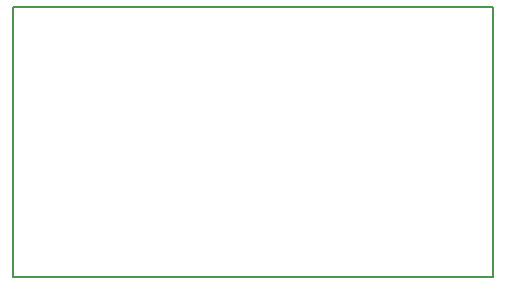
<source format=gbr>
G04 #@! TF.FileFunction,Profile,NP*
%FSLAX46Y46*%
G04 Gerber Fmt 4.6, Leading zero omitted, Abs format (unit mm)*
G04 Created by KiCad (PCBNEW 4.0.6) date 2017 July 29, Saturday 01:49:35*
%MOMM*%
%LPD*%
G01*
G04 APERTURE LIST*
%ADD10C,0.100000*%
%ADD11C,0.150000*%
G04 APERTURE END LIST*
D10*
D11*
X125730000Y-120650000D02*
X125730000Y-97790000D01*
X166370000Y-120650000D02*
X125730000Y-120650000D01*
X166370000Y-97790000D02*
X166370000Y-120650000D01*
X125730000Y-97790000D02*
X166370000Y-97790000D01*
M02*

</source>
